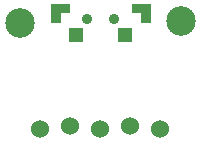
<source format=gbr>
%TF.GenerationSoftware,KiCad,Pcbnew,(6.0.5-0)*%
%TF.CreationDate,2022-06-04T23:39:16+09:00*%
%TF.ProjectId,bg-key,62672d6b-6579-42e6-9b69-6361645f7063,rev?*%
%TF.SameCoordinates,Original*%
%TF.FileFunction,Soldermask,Top*%
%TF.FilePolarity,Negative*%
%FSLAX46Y46*%
G04 Gerber Fmt 4.6, Leading zero omitted, Abs format (unit mm)*
G04 Created by KiCad (PCBNEW (6.0.5-0)) date 2022-06-04 23:39:16*
%MOMM*%
%LPD*%
G01*
G04 APERTURE LIST*
%ADD10C,0.120000*%
%ADD11C,2.500000*%
%ADD12C,1.524000*%
%ADD13C,0.900000*%
%ADD14R,1.200000X1.200000*%
G04 APERTURE END LIST*
D10*
%TO.C,SW1*%
X129400000Y-115123000D02*
X130900000Y-115123000D01*
X130900000Y-115123000D02*
X130900000Y-115823000D01*
X130900000Y-115823000D02*
X129400000Y-115823000D01*
X129400000Y-115823000D02*
X129400000Y-115123000D01*
G36*
X129400000Y-115123000D02*
G01*
X130900000Y-115123000D01*
X130900000Y-115823000D01*
X129400000Y-115823000D01*
X129400000Y-115123000D01*
G37*
X136300000Y-115123000D02*
X137800000Y-115123000D01*
X137800000Y-115123000D02*
X137800000Y-115823000D01*
X137800000Y-115823000D02*
X136300000Y-115823000D01*
X136300000Y-115823000D02*
X136300000Y-115123000D01*
G36*
X136300000Y-115123000D02*
G01*
X137800000Y-115123000D01*
X137800000Y-115823000D01*
X136300000Y-115823000D01*
X136300000Y-115123000D01*
G37*
X137000000Y-115823000D02*
X137800000Y-115823000D01*
X137800000Y-115823000D02*
X137800000Y-116623000D01*
X137800000Y-116623000D02*
X137000000Y-116623000D01*
X137000000Y-116623000D02*
X137000000Y-115823000D01*
G36*
X137000000Y-115823000D02*
G01*
X137800000Y-115823000D01*
X137800000Y-116623000D01*
X137000000Y-116623000D01*
X137000000Y-115823000D01*
G37*
X129400000Y-115823000D02*
X130200000Y-115823000D01*
X130200000Y-115823000D02*
X130200000Y-116623000D01*
X130200000Y-116623000D02*
X129400000Y-116623000D01*
X129400000Y-116623000D02*
X129400000Y-115823000D01*
G36*
X129400000Y-115823000D02*
G01*
X130200000Y-115823000D01*
X130200000Y-116623000D01*
X129400000Y-116623000D01*
X129400000Y-115823000D01*
G37*
%TD*%
D11*
%TO.C,REF\u002A\u002A*%
X126750000Y-116750000D03*
%TD*%
D12*
%TO.C,U1*%
X128497000Y-125687000D03*
X131037000Y-125433000D03*
X133577000Y-125687000D03*
X136117000Y-125433000D03*
X138657000Y-125687000D03*
%TD*%
D11*
%TO.C,REF\u002A\u002A*%
X140450000Y-116586000D03*
%TD*%
D13*
%TO.C,SW1*%
X132450000Y-116423000D03*
X134750000Y-116423000D03*
D14*
X135700000Y-117723000D03*
X131500000Y-117723000D03*
%TD*%
M02*

</source>
